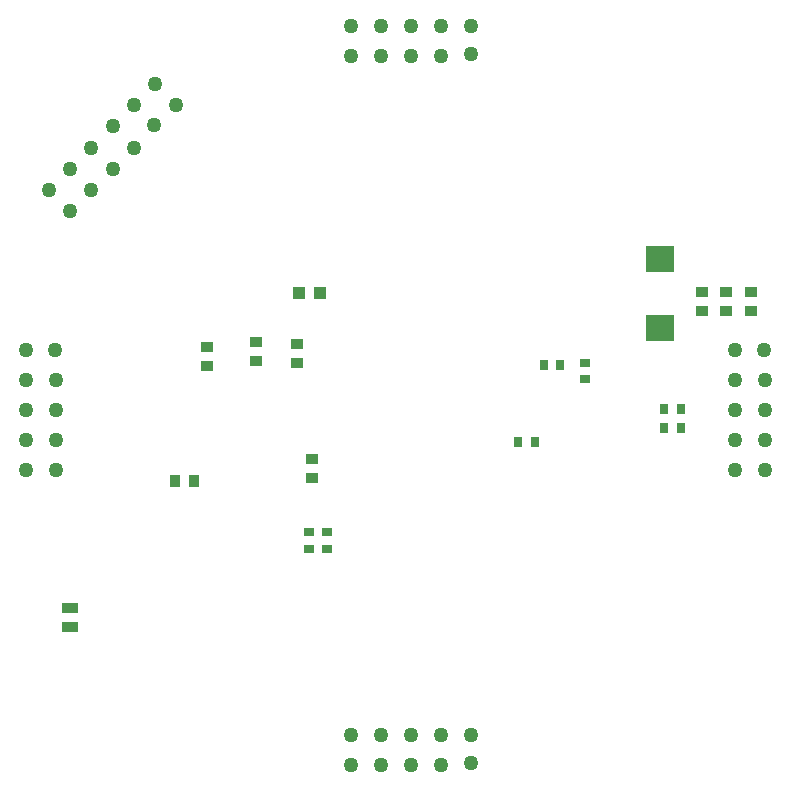
<source format=gbr>
%TF.GenerationSoftware,Altium Limited,Altium Designer,18.1.6 (161)*%
G04 Layer_Color=255*
%FSLAX26Y26*%
%MOIN*%
%TF.FileFunction,Pads,Bot*%
%TF.Part,Single*%
G01*
G75*
%TA.AperFunction,SMDPad,CuDef*%
%ADD11R,0.027559X0.035433*%
%ADD13R,0.039370X0.035433*%
%ADD16R,0.053150X0.037402*%
%ADD17R,0.035433X0.039370*%
%ADD22R,0.035433X0.027559*%
%TA.AperFunction,ComponentPad*%
%ADD34C,0.050000*%
%TA.AperFunction,SMDPad,CuDef*%
%ADD37R,0.043307X0.043307*%
%ADD38R,0.092520X0.086614*%
D11*
X3563346Y3045000D02*
D03*
X3508228D02*
D03*
X3994134Y3089350D02*
D03*
X4049252D02*
D03*
X3994134Y3153878D02*
D03*
X4049252D02*
D03*
X3592441Y3300000D02*
D03*
X3647559D02*
D03*
D13*
X2772165Y3308504D02*
D03*
Y3371496D02*
D03*
X2634370Y3313504D02*
D03*
Y3376496D02*
D03*
X2820000Y2986496D02*
D03*
Y2923504D02*
D03*
X2470000Y3298504D02*
D03*
Y3361496D02*
D03*
X4285000Y3542480D02*
D03*
Y3479488D02*
D03*
X4120000Y3542480D02*
D03*
Y3479488D02*
D03*
X4200000Y3542480D02*
D03*
Y3479488D02*
D03*
D16*
X2015000Y2491496D02*
D03*
Y2428504D02*
D03*
D17*
X2426496Y2913385D02*
D03*
X2363504D02*
D03*
D22*
X2811220Y2742559D02*
D03*
Y2687441D02*
D03*
X2870000Y2742559D02*
D03*
Y2687441D02*
D03*
X3730000Y3307559D02*
D03*
Y3252441D02*
D03*
D34*
X2297132Y4237132D02*
D03*
X2367843Y4166421D02*
D03*
X2014289Y3812868D02*
D03*
X2085000Y3883579D02*
D03*
X2155711Y3954289D02*
D03*
X2226421Y4025000D02*
D03*
X2293597Y4099246D02*
D03*
X2226421Y4166421D02*
D03*
X2155711Y4095711D02*
D03*
X2085000Y4025000D02*
D03*
X2014289Y3954289D02*
D03*
X1943579Y3883579D02*
D03*
X2949606Y4330709D02*
D03*
X3049606D02*
D03*
X3149606D02*
D03*
X3249606D02*
D03*
X3349606Y4335709D02*
D03*
Y4430709D02*
D03*
X3249606D02*
D03*
X3149606D02*
D03*
X3049606D02*
D03*
X2949606D02*
D03*
X1868504Y2949606D02*
D03*
Y3049606D02*
D03*
Y3149606D02*
D03*
Y3249606D02*
D03*
Y3349606D02*
D03*
X1963504D02*
D03*
X1968504Y3249606D02*
D03*
Y3149606D02*
D03*
Y3049606D02*
D03*
Y2949606D02*
D03*
X2949606Y1968504D02*
D03*
X3049606D02*
D03*
X3149606D02*
D03*
X3249606D02*
D03*
X3349606Y1973504D02*
D03*
Y2068504D02*
D03*
X3249606D02*
D03*
X3149606D02*
D03*
X3049606D02*
D03*
X2949606D02*
D03*
X4230709Y2949606D02*
D03*
Y3049606D02*
D03*
Y3149606D02*
D03*
Y3249606D02*
D03*
Y3349606D02*
D03*
X4325709D02*
D03*
X4330709Y3249606D02*
D03*
Y3149606D02*
D03*
Y3049606D02*
D03*
Y2949606D02*
D03*
D37*
X2776102Y3540000D02*
D03*
X2846968D02*
D03*
D38*
X3980000Y3424843D02*
D03*
Y3655157D02*
D03*
%TF.MD5,adacab45edf1a4bf775ba5f196268ef9*%
M02*

</source>
